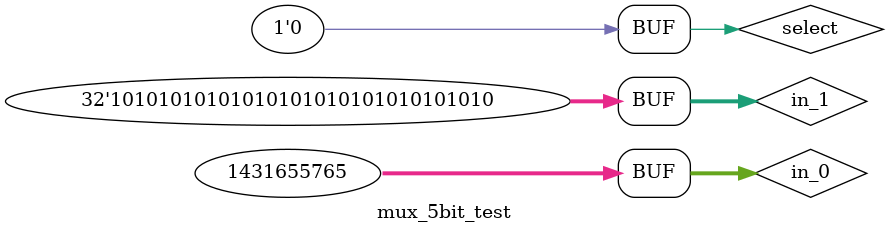
<source format=v>
`timescale 1 ns / 1 ns
`include "constant_values.h"

module mux_32_bit(in_0, in_1, out, select);
    input [31:0] in_0, in_1;
    input select;
    output reg [31:0] out;

    always @(in_0, in_1, select) begin
        if (select == 1'b0)
            out = in_0;
        else
            out = in_1;
    end
endmodule

module mux_5bit_test();
    reg [31:0] in_0, in_1;
    reg select;
    wire [31:0] out;

    mux_5_bit mux_5_bit_test(in_0, in_1, out, select);
    initial begin
        in_0 = 32'b0000000000000000_0000000000000000;
        in_1 = 32'b1111111111111111_1111111111111111;
        select = 1'b0;
        #1000 select = 1'b1;
        #1000 in_1 = 32'b1010101010101010_1010101010101010;
        #1000 in_0 = 32'b0101010101010101_0101010101010101;
        select = 1'b0;
        #1000;
    end
endmodule
</source>
